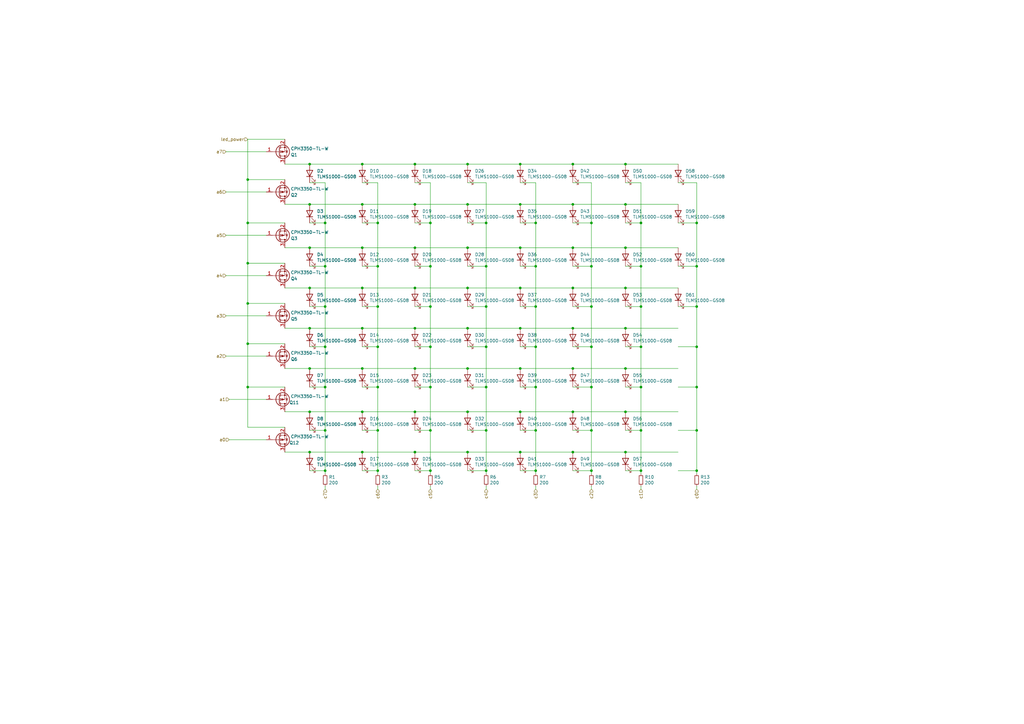
<source format=kicad_sch>
(kicad_sch (version 20211123) (generator eeschema)
  (paper "A3")
  (lib_symbols
    (symbol "Device:LED" (pin_numbers hide) (pin_names (offset 1.016) hide)
      (property "Reference" "D" (at 0 2.54 0))
      (property "Value" "LED" (at 0 -2.54 0))
      (symbol "LED_0_1"
        (polyline (pts (xy -1.27 -1.27) (xy -1.27 1.27)) (stroke (width 0.254)))
        (polyline (pts (xy -1.27 0) (xy 1.27 0)))
        (polyline (pts (xy 1.27 -1.27) (xy 1.27 1.27) (xy -1.27 0) (xy 1.27 -1.27)) (stroke (width 0.254)))
        (polyline (pts (xy -3.048 -0.762) (xy -4.572 -2.286) (xy -3.81 -2.286) (xy -4.572 -2.286) (xy -4.572 -1.524)))
        (polyline (pts (xy -1.778 -0.762) (xy -3.302 -2.286) (xy -2.54 -2.286) (xy -3.302 -2.286) (xy -3.302 -1.524)))
      )
      (symbol "LED_1_1"
        (pin passive line (at -3.81 0 0) (length 2.54) (name "K") (number "1"))
        (pin passive line (at 3.81 0 180) (length 2.54) (name "A") (number "2"))
      )
    )
    (symbol "Device:Q_PMOS_GSD" (pin_names (offset 0) hide)
      (property "Reference" "Q" (at 5.08 1.27 0))
      (property "Value" "Q_PMOS_GSD" (at 5.08 -1.27 0))
      (symbol "Q_PMOS_GSD_0_1"
        (polyline (pts (xy 0.254 0) (xy -2.54 0)))
        (polyline (pts (xy 0.254 1.905) (xy 0.254 -1.905)) (stroke (width 0.254)))
        (polyline (pts (xy 0.762 -1.27) (xy 0.762 -2.286)) (stroke (width 0.254)))
        (polyline (pts (xy 0.762 0.508) (xy 0.762 -0.508)) (stroke (width 0.254)))
        (polyline (pts (xy 0.762 2.286) (xy 0.762 1.27)) (stroke (width 0.254)))
        (polyline (pts (xy 2.54 2.54) (xy 2.54 1.778)))
        (polyline (pts (xy 2.54 -2.54) (xy 2.54 0) (xy 0.762 0)))
        (polyline (pts (xy 0.762 1.778) (xy 3.302 1.778) (xy 3.302 -1.778) (xy 0.762 -1.778)))
        (polyline (pts (xy 2.286 0) (xy 1.27 0.381) (xy 1.27 -0.381) (xy 2.286 0)) (fill (type outline)))
        (polyline (pts (xy 2.794 -0.508) (xy 2.921 -0.381) (xy 3.683 -0.381) (xy 3.81 -0.254)))
        (polyline (pts (xy 3.302 -0.381) (xy 2.921 0.254) (xy 3.683 0.254) (xy 3.302 -0.381)))
        (circle (center 1.651 0) (radius 2.794) (stroke (width 0.254)))
        (circle (center 2.54 -1.778) (radius 0.254) (fill (type outline)))
        (circle (center 2.54 1.778) (radius 0.254) (fill (type outline)))
      )
      (symbol "Q_PMOS_GSD_1_1"
        (pin input line (at -5.08 0 0) (length 2.54) (name "G") (number "1"))
        (pin passive line (at 2.54 -5.08 90) (length 2.54) (name "S") (number "2"))
        (pin passive line (at 2.54 5.08 270) (length 2.54) (name "D") (number "3"))
      )
    )
    (symbol "Device:R_Small" (pin_numbers hide) (pin_names (offset 0.254) hide)
      (property "Reference" "R" (at 0.762 0.508 0))
      (property "Value" "R_Small" (at 0.762 -1.016 0))
      (symbol "R_Small_0_1"
        (rectangle (start -0.762 1.778) (end 0.762 -1.778) (stroke (width 0.2032)))
      )
      (symbol "R_Small_1_1"
        (pin passive line (at 0 2.54 270) (length 0.762) (name "~") (number "1"))
        (pin passive line (at 0 -2.54 90) (length 0.762) (name "~") (number "2"))
      )
    )
  )
  (junction (at 191.77 151.13))
  (junction (at 219.71 142.24))
  (junction (at 219.71 109.22))
  (junction (at 219.71 158.75))
  (junction (at 256.54 151.13))
  (junction (at 213.36 168.91))
  (junction (at 170.18 185.42))
  (junction (at 133.35 176.53))
  (junction (at 242.57 109.22))
  (junction (at 127 168.91))
  (junction (at 285.75 109.22))
  (junction (at 199.39 91.44))
  (junction (at 285.75 158.75))
  (junction (at 191.77 101.6))
  (junction (at 176.53 125.73))
  (junction (at 234.95 83.82))
  (junction (at 219.71 91.44))
  (junction (at 101.6 91.44))
  (junction (at 148.59 168.91))
  (junction (at 170.18 83.82))
  (junction (at 219.71 176.53))
  (junction (at 242.57 176.53))
  (junction (at 199.39 176.53))
  (junction (at 262.89 158.75))
  (junction (at 127 101.6))
  (junction (at 234.95 168.91))
  (junction (at 133.35 91.44))
  (junction (at 101.6 73.66))
  (junction (at 242.57 158.75))
  (junction (at 127 151.13))
  (junction (at 127 134.62))
  (junction (at 170.18 134.62))
  (junction (at 133.35 193.04))
  (junction (at 127 83.82))
  (junction (at 191.77 83.82))
  (junction (at 256.54 101.6))
  (junction (at 262.89 142.24))
  (junction (at 234.95 151.13))
  (junction (at 262.89 125.73))
  (junction (at 154.94 193.04))
  (junction (at 285.75 91.44))
  (junction (at 148.59 118.11))
  (junction (at 285.75 142.24))
  (junction (at 213.36 67.31))
  (junction (at 154.94 158.75))
  (junction (at 148.59 67.31))
  (junction (at 234.95 118.11))
  (junction (at 234.95 101.6))
  (junction (at 256.54 83.82))
  (junction (at 242.57 193.04))
  (junction (at 148.59 134.62))
  (junction (at 176.53 176.53))
  (junction (at 213.36 134.62))
  (junction (at 148.59 83.82))
  (junction (at 127 118.11))
  (junction (at 176.53 142.24))
  (junction (at 262.89 91.44))
  (junction (at 285.75 176.53))
  (junction (at 154.94 91.44))
  (junction (at 213.36 118.11))
  (junction (at 148.59 185.42))
  (junction (at 170.18 67.31))
  (junction (at 256.54 67.31))
  (junction (at 242.57 142.24))
  (junction (at 191.77 67.31))
  (junction (at 176.53 158.75))
  (junction (at 285.75 125.73))
  (junction (at 262.89 193.04))
  (junction (at 256.54 118.11))
  (junction (at 262.89 109.22))
  (junction (at 154.94 125.73))
  (junction (at 176.53 109.22))
  (junction (at 256.54 134.62))
  (junction (at 133.35 158.75))
  (junction (at 127 67.31))
  (junction (at 262.89 176.53))
  (junction (at 127 185.42))
  (junction (at 154.94 176.53))
  (junction (at 176.53 91.44))
  (junction (at 199.39 109.22))
  (junction (at 191.77 118.11))
  (junction (at 170.18 168.91))
  (junction (at 101.6 140.97))
  (junction (at 133.35 109.22))
  (junction (at 256.54 168.91))
  (junction (at 101.6 107.95))
  (junction (at 101.6 158.75))
  (junction (at 234.95 67.31))
  (junction (at 191.77 134.62))
  (junction (at 148.59 151.13))
  (junction (at 234.95 134.62))
  (junction (at 101.6 124.46))
  (junction (at 154.94 142.24))
  (junction (at 242.57 91.44))
  (junction (at 170.18 118.11))
  (junction (at 199.39 142.24))
  (junction (at 256.54 185.42))
  (junction (at 285.75 193.04))
  (junction (at 213.36 83.82))
  (junction (at 213.36 151.13))
  (junction (at 154.94 109.22))
  (junction (at 199.39 125.73))
  (junction (at 176.53 193.04))
  (junction (at 219.71 125.73))
  (junction (at 242.57 125.73))
  (junction (at 133.35 125.73))
  (junction (at 199.39 193.04))
  (junction (at 234.95 185.42))
  (junction (at 170.18 151.13))
  (junction (at 199.39 158.75))
  (junction (at 213.36 101.6))
  (junction (at 170.18 101.6))
  (junction (at 213.36 185.42))
  (junction (at 219.71 193.04))
  (junction (at 133.35 142.24))
  (junction (at 191.77 168.91))
  (junction (at 148.59 101.6))
  (junction (at 191.77 185.42))
  (wire (pts (xy 199.39 142.24) (xy 191.77 142.24)))
  (wire (pts (xy 154.94 91.44) (xy 154.94 109.22)))
  (wire (pts (xy 285.75 176.53) (xy 278.13 176.53)))
  (wire (pts (xy 234.95 67.31) (xy 256.54 67.31)))
  (wire (pts (xy 170.18 185.42) (xy 191.77 185.42)))
  (wire (pts (xy 285.75 193.04) (xy 285.75 176.53)))
  (wire (pts (xy 101.6 140.97) (xy 101.6 158.75)))
  (wire (pts (xy 256.54 151.13) (xy 278.13 151.13)))
  (wire (pts (xy 148.59 151.13) (xy 170.18 151.13)))
  (wire (pts (xy 219.71 142.24) (xy 213.36 142.24)))
  (wire (pts (xy 242.57 109.22) (xy 242.57 125.73)))
  (wire (pts (xy 148.59 125.73) (xy 154.94 125.73)))
  (wire (pts (xy 127 118.11) (xy 148.59 118.11)))
  (wire (pts (xy 234.95 118.11) (xy 256.54 118.11)))
  (wire (pts (xy 154.94 194.31) (xy 154.94 193.04)))
  (wire (pts (xy 213.36 158.75) (xy 219.71 158.75)))
  (wire (pts (xy 285.75 158.75) (xy 285.75 142.24)))
  (wire (pts (xy 213.36 67.31) (xy 234.95 67.31)))
  (wire (pts (xy 154.94 125.73) (xy 154.94 142.24)))
  (wire (pts (xy 133.35 142.24) (xy 127 142.24)))
  (wire (pts (xy 262.89 125.73) (xy 262.89 142.24)))
  (wire (pts (xy 219.71 109.22) (xy 213.36 109.22)))
  (wire (pts (xy 92.71 78.74) (xy 109.22 78.74)))
  (wire (pts (xy 219.71 194.31) (xy 219.71 193.04)))
  (wire (pts (xy 127 151.13) (xy 148.59 151.13)))
  (wire (pts (xy 116.84 134.62) (xy 127 134.62)))
  (wire (pts (xy 133.35 142.24) (xy 133.35 158.75)))
  (wire (pts (xy 176.53 158.75) (xy 176.53 176.53)))
  (wire (pts (xy 262.89 176.53) (xy 262.89 193.04)))
  (wire (pts (xy 242.57 109.22) (xy 234.95 109.22)))
  (wire (pts (xy 285.75 125.73) (xy 285.75 142.24)))
  (wire (pts (xy 234.95 83.82) (xy 256.54 83.82)))
  (wire (pts (xy 262.89 142.24) (xy 256.54 142.24)))
  (wire (pts (xy 127 83.82) (xy 148.59 83.82)))
  (wire (pts (xy 191.77 91.44) (xy 199.39 91.44)))
  (wire (pts (xy 256.54 118.11) (xy 278.13 118.11)))
  (wire (pts (xy 154.94 200.66) (xy 154.94 199.39)))
  (wire (pts (xy 148.59 91.44) (xy 154.94 91.44)))
  (wire (pts (xy 242.57 74.93) (xy 242.57 91.44)))
  (wire (pts (xy 242.57 74.93) (xy 234.95 74.93)))
  (wire (pts (xy 191.77 168.91) (xy 213.36 168.91)))
  (wire (pts (xy 176.53 194.31) (xy 176.53 193.04)))
  (wire (pts (xy 191.77 101.6) (xy 213.36 101.6)))
  (wire (pts (xy 242.57 200.66) (xy 242.57 199.39)))
  (wire (pts (xy 127 101.6) (xy 148.59 101.6)))
  (wire (pts (xy 242.57 193.04) (xy 242.57 176.53)))
  (wire (pts (xy 242.57 158.75) (xy 242.57 176.53)))
  (wire (pts (xy 285.75 142.24) (xy 278.13 142.24)))
  (wire (pts (xy 101.6 107.95) (xy 116.84 107.95)))
  (wire (pts (xy 191.77 151.13) (xy 213.36 151.13)))
  (wire (pts (xy 176.53 74.93) (xy 170.18 74.93)))
  (wire (pts (xy 176.53 200.66) (xy 176.53 199.39)))
  (wire (pts (xy 278.13 125.73) (xy 285.75 125.73)))
  (wire (pts (xy 256.54 134.62) (xy 278.13 134.62)))
  (wire (pts (xy 219.71 176.53) (xy 213.36 176.53)))
  (wire (pts (xy 127 134.62) (xy 148.59 134.62)))
  (wire (pts (xy 262.89 109.22) (xy 256.54 109.22)))
  (wire (pts (xy 101.6 124.46) (xy 101.6 107.95)))
  (wire (pts (xy 109.22 113.03) (xy 92.71 113.03)))
  (wire (pts (xy 242.57 91.44) (xy 242.57 109.22)))
  (wire (pts (xy 101.6 124.46) (xy 116.84 124.46)))
  (wire (pts (xy 256.54 168.91) (xy 278.13 168.91)))
  (wire (pts (xy 154.94 74.93) (xy 148.59 74.93)))
  (wire (pts (xy 213.36 83.82) (xy 234.95 83.82)))
  (wire (pts (xy 127 91.44) (xy 133.35 91.44)))
  (wire (pts (xy 199.39 158.75) (xy 199.39 176.53)))
  (wire (pts (xy 154.94 74.93) (xy 154.94 91.44)))
  (wire (pts (xy 262.89 109.22) (xy 262.89 125.73)))
  (wire (pts (xy 170.18 67.31) (xy 191.77 67.31)))
  (wire (pts (xy 127 168.91) (xy 148.59 168.91)))
  (wire (pts (xy 170.18 91.44) (xy 176.53 91.44)))
  (wire (pts (xy 148.59 118.11) (xy 170.18 118.11)))
  (wire (pts (xy 133.35 176.53) (xy 133.35 193.04)))
  (wire (pts (xy 242.57 125.73) (xy 242.57 142.24)))
  (wire (pts (xy 278.13 158.75) (xy 285.75 158.75)))
  (wire (pts (xy 234.95 158.75) (xy 242.57 158.75)))
  (wire (pts (xy 170.18 125.73) (xy 176.53 125.73)))
  (wire (pts (xy 191.77 125.73) (xy 199.39 125.73)))
  (wire (pts (xy 213.36 101.6) (xy 234.95 101.6)))
  (wire (pts (xy 256.54 83.82) (xy 278.13 83.82)))
  (wire (pts (xy 116.84 118.11) (xy 127 118.11)))
  (wire (pts (xy 133.35 109.22) (xy 127 109.22)))
  (wire (pts (xy 213.36 185.42) (xy 234.95 185.42)))
  (wire (pts (xy 101.6 73.66) (xy 116.84 73.66)))
  (wire (pts (xy 170.18 168.91) (xy 191.77 168.91)))
  (wire (pts (xy 278.13 193.04) (xy 285.75 193.04)))
  (wire (pts (xy 101.6 73.66) (xy 101.6 57.15)))
  (wire (pts (xy 191.77 134.62) (xy 213.36 134.62)))
  (wire (pts (xy 219.71 142.24) (xy 219.71 158.75)))
  (wire (pts (xy 234.95 125.73) (xy 242.57 125.73)))
  (wire (pts (xy 176.53 142.24) (xy 176.53 158.75)))
  (wire (pts (xy 101.6 140.97) (xy 116.84 140.97)))
  (wire (pts (xy 176.53 176.53) (xy 176.53 193.04)))
  (wire (pts (xy 176.53 142.24) (xy 170.18 142.24)))
  (wire (pts (xy 133.35 158.75) (xy 133.35 176.53)))
  (wire (pts (xy 170.18 101.6) (xy 191.77 101.6)))
  (wire (pts (xy 242.57 176.53) (xy 234.95 176.53)))
  (wire (pts (xy 219.71 200.66) (xy 219.71 199.39)))
  (wire (pts (xy 242.57 194.31) (xy 242.57 193.04)))
  (wire (pts (xy 213.36 193.04) (xy 219.71 193.04)))
  (wire (pts (xy 154.94 176.53) (xy 148.59 176.53)))
  (wire (pts (xy 219.71 91.44) (xy 219.71 109.22)))
  (wire (pts (xy 127 67.31) (xy 148.59 67.31)))
  (wire (pts (xy 191.77 83.82) (xy 213.36 83.82)))
  (wire (pts (xy 170.18 158.75) (xy 176.53 158.75)))
  (wire (pts (xy 116.84 67.31) (xy 127 67.31)))
  (wire (pts (xy 213.36 168.91) (xy 234.95 168.91)))
  (wire (pts (xy 133.35 109.22) (xy 133.35 125.73)))
  (wire (pts (xy 133.35 200.66) (xy 133.35 199.39)))
  (wire (pts (xy 170.18 193.04) (xy 176.53 193.04)))
  (wire (pts (xy 213.36 118.11) (xy 234.95 118.11)))
  (wire (pts (xy 154.94 109.22) (xy 154.94 125.73)))
  (wire (pts (xy 213.36 125.73) (xy 219.71 125.73)))
  (wire (pts (xy 116.84 83.82) (xy 127 83.82)))
  (wire (pts (xy 285.75 91.44) (xy 285.75 109.22)))
  (wire (pts (xy 154.94 142.24) (xy 154.94 158.75)))
  (wire (pts (xy 256.54 91.44) (xy 262.89 91.44)))
  (wire (pts (xy 262.89 74.93) (xy 262.89 91.44)))
  (wire (pts (xy 262.89 200.66) (xy 262.89 199.39)))
  (wire (pts (xy 170.18 151.13) (xy 191.77 151.13)))
  (wire (pts (xy 242.57 158.75) (xy 242.57 142.24)))
  (wire (pts (xy 234.95 91.44) (xy 242.57 91.44)))
  (wire (pts (xy 234.95 168.91) (xy 256.54 168.91)))
  (wire (pts (xy 199.39 91.44) (xy 199.39 109.22)))
  (wire (pts (xy 133.35 194.31) (xy 133.35 193.04)))
  (wire (pts (xy 191.77 67.31) (xy 213.36 67.31)))
  (wire (pts (xy 92.71 96.52) (xy 109.22 96.52)))
  (wire (pts (xy 116.84 168.91) (xy 127 168.91)))
  (wire (pts (xy 213.36 134.62) (xy 234.95 134.62)))
  (wire (pts (xy 285.75 109.22) (xy 278.13 109.22)))
  (wire (pts (xy 92.71 129.54) (xy 109.22 129.54)))
  (wire (pts (xy 199.39 176.53) (xy 191.77 176.53)))
  (wire (pts (xy 199.39 109.22) (xy 191.77 109.22)))
  (wire (pts (xy 148.59 101.6) (xy 170.18 101.6)))
  (wire (pts (xy 148.59 168.91) (xy 170.18 168.91)))
  (wire (pts (xy 262.89 176.53) (xy 256.54 176.53)))
  (wire (pts (xy 199.39 125.73) (xy 199.39 142.24)))
  (wire (pts (xy 116.84 151.13) (xy 127 151.13)))
  (wire (pts (xy 262.89 142.24) (xy 262.89 158.75)))
  (wire (pts (xy 199.39 109.22) (xy 199.39 125.73)))
  (wire (pts (xy 109.22 62.23) (xy 92.71 62.23)))
  (wire (pts (xy 133.35 176.53) (xy 127 176.53)))
  (wire (pts (xy 256.54 67.31) (xy 278.13 67.31)))
  (wire (pts (xy 176.53 74.93) (xy 176.53 91.44)))
  (wire (pts (xy 148.59 158.75) (xy 154.94 158.75)))
  (wire (pts (xy 278.13 91.44) (xy 285.75 91.44)))
  (wire (pts (xy 93.98 163.83) (xy 109.22 163.83)))
  (wire (pts (xy 191.77 193.04) (xy 199.39 193.04)))
  (wire (pts (xy 148.59 193.04) (xy 154.94 193.04)))
  (wire (pts (xy 234.95 193.04) (xy 242.57 193.04)))
  (wire (pts (xy 92.71 146.05) (xy 109.22 146.05)))
  (wire (pts (xy 133.35 74.93) (xy 127 74.93)))
  (wire (pts (xy 154.94 142.24) (xy 148.59 142.24)))
  (wire (pts (xy 199.39 74.93) (xy 199.39 91.44)))
  (wire (pts (xy 127 185.42) (xy 148.59 185.42)))
  (wire (pts (xy 285.75 200.66) (xy 285.75 199.39)))
  (wire (pts (xy 133.35 74.93) (xy 133.35 91.44)))
  (wire (pts (xy 256.54 125.73) (xy 262.89 125.73)))
  (wire (pts (xy 148.59 83.82) (xy 170.18 83.82)))
  (wire (pts (xy 262.89 74.93) (xy 256.54 74.93)))
  (wire (pts (xy 101.6 91.44) (xy 101.6 73.66)))
  (wire (pts (xy 242.57 142.24) (xy 234.95 142.24)))
  (wire (pts (xy 256.54 158.75) (xy 262.89 158.75)))
  (wire (pts (xy 219.71 109.22) (xy 219.71 125.73)))
  (wire (pts (xy 148.59 134.62) (xy 170.18 134.62)))
  (wire (pts (xy 154.94 109.22) (xy 148.59 109.22)))
  (wire (pts (xy 262.89 158.75) (xy 262.89 176.53)))
  (wire (pts (xy 170.18 134.62) (xy 191.77 134.62)))
  (wire (pts (xy 154.94 158.75) (xy 154.94 176.53)))
  (wire (pts (xy 170.18 118.11) (xy 191.77 118.11)))
  (wire (pts (xy 285.75 158.75) (xy 285.75 176.53)))
  (wire (pts (xy 199.39 200.66) (xy 199.39 199.39)))
  (wire (pts (xy 101.6 91.44) (xy 116.84 91.44)))
  (wire (pts (xy 256.54 101.6) (xy 278.13 101.6)))
  (wire (pts (xy 219.71 74.93) (xy 213.36 74.93)))
  (wire (pts (xy 170.18 83.82) (xy 191.77 83.82)))
  (wire (pts (xy 219.71 74.93) (xy 219.71 91.44)))
  (wire (pts (xy 101.6 107.95) (xy 101.6 91.44)))
  (wire (pts (xy 256.54 193.04) (xy 262.89 193.04)))
  (wire (pts (xy 199.39 74.93) (xy 191.77 74.93)))
  (wire (pts (xy 148.59 185.42) (xy 170.18 185.42)))
  (wire (pts (xy 154.94 176.53) (xy 154.94 193.04)))
  (wire (pts (xy 262.89 91.44) (xy 262.89 109.22)))
  (wire (pts (xy 176.53 109.22) (xy 176.53 125.73)))
  (wire (pts (xy 93.98 180.34) (xy 109.22 180.34)))
  (wire (pts (xy 191.77 158.75) (xy 199.39 158.75)))
  (wire (pts (xy 176.53 91.44) (xy 176.53 109.22)))
  (wire (pts (xy 199.39 176.53) (xy 199.39 193.04)))
  (wire (pts (xy 127 193.04) (xy 133.35 193.04)))
  (wire (pts (xy 256.54 185.42) (xy 278.13 185.42)))
  (wire (pts (xy 101.6 57.15) (xy 116.84 57.15)))
  (wire (pts (xy 285.75 109.22) (xy 285.75 125.73)))
  (wire (pts (xy 101.6 140.97) (xy 101.6 124.46)))
  (wire (pts (xy 133.35 91.44) (xy 133.35 109.22)))
  (wire (pts (xy 176.53 125.73) (xy 176.53 142.24)))
  (wire (pts (xy 285.75 74.93) (xy 285.75 91.44)))
  (wire (pts (xy 199.39 142.24) (xy 199.39 158.75)))
  (wire (pts (xy 101.6 158.75) (xy 101.6 175.26)))
  (wire (pts (xy 234.95 134.62) (xy 256.54 134.62)))
  (wire (pts (xy 116.84 185.42) (xy 127 185.42)))
  (wire (pts (xy 219.71 158.75) (xy 219.71 176.53)))
  (wire (pts (xy 234.95 101.6) (xy 256.54 101.6)))
  (wire (pts (xy 199.39 194.31) (xy 199.39 193.04)))
  (wire (pts (xy 234.95 185.42) (xy 256.54 185.42)))
  (wire (pts (xy 127 158.75) (xy 133.35 158.75)))
  (wire (pts (xy 191.77 118.11) (xy 213.36 118.11)))
  (wire (pts (xy 101.6 175.26) (xy 116.84 175.26)))
  (wire (pts (xy 191.77 185.42) (xy 213.36 185.42)))
  (wire (pts (xy 116.84 101.6) (xy 127 101.6)))
  (wire (pts (xy 219.71 125.73) (xy 219.71 142.24)))
  (wire (pts (xy 127 125.73) (xy 133.35 125.73)))
  (wire (pts (xy 234.95 151.13) (xy 256.54 151.13)))
  (wire (pts (xy 219.71 176.53) (xy 219.71 193.04)))
  (wire (pts (xy 213.36 91.44) (xy 219.71 91.44)))
  (wire (pts (xy 176.53 109.22) (xy 170.18 109.22)))
  (wire (pts (xy 116.84 158.75) (xy 101.6 158.75)))
  (wire (pts (xy 213.36 151.13) (xy 234.95 151.13)))
  (wire (pts (xy 176.53 176.53) (xy 170.18 176.53)))
  (wire (pts (xy 133.35 125.73) (xy 133.35 142.24)))
  (wire (pts (xy 285.75 74.93) (xy 278.13 74.93)))
  (wire (pts (xy 285.75 194.31) (xy 285.75 193.04)))
  (wire (pts (xy 262.89 194.31) (xy 262.89 193.04)))
  (wire (pts (xy 148.59 67.31) (xy 170.18 67.31)))
  (hierarchical_label "c5" (shape input) (at 176.53 200.66 270))
  (hierarchical_label "a6" (shape input) (at 92.71 78.74 180))
  (hierarchical_label "a3" (shape input) (at 92.71 129.54 180))
  (hierarchical_label "c1" (shape input) (at 262.89 200.66 270))
  (hierarchical_label "c4" (shape input) (at 199.39 200.66 270))
  (hierarchical_label "a1" (shape input) (at 93.98 163.83 180))
  (hierarchical_label "a5" (shape input) (at 92.71 96.52 180))
  (hierarchical_label "c7" (shape input) (at 133.35 200.66 270))
  (hierarchical_label "c2" (shape input) (at 242.57 200.66 270))
  (hierarchical_label "c3" (shape input) (at 219.71 200.66 270))
  (hierarchical_label "led_power" (shape input) (at 101.6 57.15 180))
  (hierarchical_label "a0" (shape input) (at 93.98 180.34 180))
  (hierarchical_label "c6" (shape input) (at 154.94 200.66 270))
  (hierarchical_label "a7" (shape input) (at 92.71 62.23 180))
  (hierarchical_label "c0" (shape input) (at 285.75 200.66 270))
  (hierarchical_label "a4" (shape input) (at 92.71 113.03 180))
  (hierarchical_label "a2" (shape input) (at 92.71 146.05 180))
  (symbol (lib_id "Device:LED") (at 148.59 71.12 90)
    (property "Reference" "D10" (at 151.5872 70.1294 90) (effects (justify right)))
    (property "Value" "TLMS1000-GS08" (at 151.5872 72.4408 90) (effects (justify right)))
    (property "Footprint" "LED_SMD:LED_0603_1608Metric_Pad1.05x0.95mm_HandSolder" (effects hide))
  )
  (symbol (lib_id "Device:Q_PMOS_GSD") (at 114.3 62.23 0) (mirror x)
    (property "Reference" "Q1" (at 120.65 63.5 0))
    (property "Value" "CPH3350-TL-W" (at 127 60.96 0))
    (property "Footprint" "Package_TO_SOT_SMD:SOT-23_Handsoldering" (effects hide))
  )
  (symbol (lib_id "Device:LED") (at 170.18 71.12 90)
    (property "Reference" "D18" (at 173.1772 70.1294 90) (effects (justify right)))
    (property "Value" "TLMS1000-GS08" (at 173.1772 72.4408 90) (effects (justify right)))
    (property "Footprint" "LED_SMD:LED_0603_1608Metric_Pad1.05x0.95mm_HandSolder" (effects hide))
  )
  (symbol (lib_id "Device:LED") (at 191.77 71.12 90)
    (property "Reference" "D26" (at 194.7672 70.1294 90) (effects (justify right)))
    (property "Value" "TLMS1000-GS08" (at 194.7672 72.4408 90) (effects (justify right)))
    (property "Footprint" "LED_SMD:LED_0603_1608Metric_Pad1.05x0.95mm_HandSolder" (effects hide))
  )
  (symbol (lib_id "Device:LED") (at 213.36 71.12 90)
    (property "Reference" "D34" (at 216.3572 70.1294 90) (effects (justify right)))
    (property "Value" "TLMS1000-GS08" (at 216.3572 72.4408 90) (effects (justify right)))
    (property "Footprint" "LED_SMD:LED_0603_1608Metric_Pad1.05x0.95mm_HandSolder" (effects hide))
  )
  (symbol (lib_id "Device:LED") (at 234.95 71.12 90)
    (property "Reference" "D42" (at 237.9472 70.1294 90) (effects (justify right)))
    (property "Value" "TLMS1000-GS08" (at 237.9472 72.4408 90) (effects (justify right)))
    (property "Footprint" "LED_SMD:LED_0603_1608Metric_Pad1.05x0.95mm_HandSolder" (effects hide))
  )
  (symbol (lib_id "Device:LED") (at 127 71.12 90)
    (property "Reference" "D2" (at 129.9972 70.1294 90) (effects (justify right)))
    (property "Value" "TLMS1000-GS08" (at 129.9972 72.4408 90) (effects (justify right)))
    (property "Footprint" "LED_SMD:LED_0603_1608Metric_Pad1.05x0.95mm_HandSolder" (effects hide))
  )
  (symbol (lib_id "Device:LED") (at 148.59 87.63 90)
    (property "Reference" "D11" (at 151.5872 86.6394 90) (effects (justify right)))
    (property "Value" "TLMS1000-GS08" (at 151.5872 88.9508 90) (effects (justify right)))
    (property "Footprint" "LED_SMD:LED_0603_1608Metric_Pad1.05x0.95mm_HandSolder" (effects hide))
  )
  (symbol (lib_id "Device:Q_PMOS_GSD") (at 114.3 78.74 0) (mirror x)
    (property "Reference" "Q2" (at 120.65 80.01 0))
    (property "Value" "CPH3350-TL-W" (at 127 77.47 0))
    (property "Footprint" "Package_TO_SOT_SMD:SOT-23_Handsoldering" (effects hide))
  )
  (symbol (lib_id "Device:LED") (at 170.18 87.63 90)
    (property "Reference" "D19" (at 173.1772 86.6394 90) (effects (justify right)))
    (property "Value" "TLMS1000-GS08" (at 173.1772 88.9508 90) (effects (justify right)))
    (property "Footprint" "LED_SMD:LED_0603_1608Metric_Pad1.05x0.95mm_HandSolder" (effects hide))
  )
  (symbol (lib_id "Device:LED") (at 191.77 87.63 90)
    (property "Reference" "D27" (at 194.7672 86.6394 90) (effects (justify right)))
    (property "Value" "TLMS1000-GS08" (at 194.7672 88.9508 90) (effects (justify right)))
    (property "Footprint" "LED_SMD:LED_0603_1608Metric_Pad1.05x0.95mm_HandSolder" (effects hide))
  )
  (symbol (lib_id "Device:LED") (at 213.36 87.63 90)
    (property "Reference" "D35" (at 216.3572 86.6394 90) (effects (justify right)))
    (property "Value" "TLMS1000-GS08" (at 216.3572 88.9508 90) (effects (justify right)))
    (property "Footprint" "LED_SMD:LED_0603_1608Metric_Pad1.05x0.95mm_HandSolder" (effects hide))
  )
  (symbol (lib_id "Device:LED") (at 234.95 87.63 90)
    (property "Reference" "D43" (at 237.9472 86.6394 90) (effects (justify right)))
    (property "Value" "TLMS1000-GS08" (at 237.9472 88.9508 90) (effects (justify right)))
    (property "Footprint" "LED_SMD:LED_0603_1608Metric_Pad1.05x0.95mm_HandSolder" (effects hide))
  )
  (symbol (lib_id "Device:LED") (at 127 87.63 90)
    (property "Reference" "D3" (at 129.9972 86.6394 90) (effects (justify right)))
    (property "Value" "TLMS1000-GS08" (at 129.9972 88.9508 90) (effects (justify right)))
    (property "Footprint" "LED_SMD:LED_0603_1608Metric_Pad1.05x0.95mm_HandSolder" (effects hide))
  )
  (symbol (lib_id "Device:LED") (at 148.59 105.41 90)
    (property "Reference" "D12" (at 151.5872 104.4194 90) (effects (justify right)))
    (property "Value" "TLMS1000-GS08" (at 151.5872 106.7308 90) (effects (justify right)))
    (property "Footprint" "LED_SMD:LED_0603_1608Metric_Pad1.05x0.95mm_HandSolder" (effects hide))
  )
  (symbol (lib_id "Device:Q_PMOS_GSD") (at 114.3 96.52 0) (mirror x)
    (property "Reference" "Q3" (at 120.65 97.79 0))
    (property "Value" "CPH3350-TL-W" (at 127 95.25 0))
    (property "Footprint" "Package_TO_SOT_SMD:SOT-23_Handsoldering" (effects hide))
  )
  (symbol (lib_id "Device:LED") (at 170.18 105.41 90)
    (property "Reference" "D20" (at 173.1772 104.4194 90) (effects (justify right)))
    (property "Value" "TLMS1000-GS08" (at 173.1772 106.7308 90) (effects (justify right)))
    (property "Footprint" "LED_SMD:LED_0603_1608Metric_Pad1.05x0.95mm_HandSolder" (effects hide))
  )
  (symbol (lib_id "Device:LED") (at 191.77 105.41 90)
    (property "Reference" "D28" (at 194.7672 104.4194 90) (effects (justify right)))
    (property "Value" "TLMS1000-GS08" (at 194.7672 106.7308 90) (effects (justify right)))
    (property "Footprint" "LED_SMD:LED_0603_1608Metric_Pad1.05x0.95mm_HandSolder" (effects hide))
  )
  (symbol (lib_id "Device:LED") (at 213.36 105.41 90)
    (property "Reference" "D36" (at 216.3572 104.4194 90) (effects (justify right)))
    (property "Value" "TLMS1000-GS08" (at 216.3572 106.7308 90) (effects (justify right)))
    (property "Footprint" "LED_SMD:LED_0603_1608Metric_Pad1.05x0.95mm_HandSolder" (effects hide))
  )
  (symbol (lib_id "Device:LED") (at 234.95 105.41 90)
    (property "Reference" "D44" (at 237.9472 104.4194 90) (effects (justify right)))
    (property "Value" "TLMS1000-GS08" (at 237.9472 106.7308 90) (effects (justify right)))
    (property "Footprint" "LED_SMD:LED_0603_1608Metric_Pad1.05x0.95mm_HandSolder" (effects hide))
  )
  (symbol (lib_id "Device:LED") (at 127 105.41 90)
    (property "Reference" "D4" (at 129.9972 104.4194 90) (effects (justify right)))
    (property "Value" "TLMS1000-GS08" (at 129.9972 106.7308 90) (effects (justify right)))
    (property "Footprint" "LED_SMD:LED_0603_1608Metric_Pad1.05x0.95mm_HandSolder" (effects hide))
  )
  (symbol (lib_id "Device:LED") (at 148.59 121.92 90)
    (property "Reference" "D13" (at 151.5872 120.9294 90) (effects (justify right)))
    (property "Value" "TLMS1000-GS08" (at 151.5872 123.2408 90) (effects (justify right)))
    (property "Footprint" "LED_SMD:LED_0603_1608Metric_Pad1.05x0.95mm_HandSolder" (effects hide))
  )
  (symbol (lib_id "Device:Q_PMOS_GSD") (at 114.3 113.03 0) (mirror x)
    (property "Reference" "Q4" (at 120.65 114.3 0))
    (property "Value" "CPH3350-TL-W" (at 127 111.76 0))
    (property "Footprint" "Package_TO_SOT_SMD:SOT-23_Handsoldering" (effects hide))
  )
  (symbol (lib_id "Device:LED") (at 170.18 121.92 90)
    (property "Reference" "D21" (at 173.1772 120.9294 90) (effects (justify right)))
    (property "Value" "TLMS1000-GS08" (at 173.1772 123.2408 90) (effects (justify right)))
    (property "Footprint" "LED_SMD:LED_0603_1608Metric_Pad1.05x0.95mm_HandSolder" (effects hide))
  )
  (symbol (lib_id "Device:LED") (at 191.77 121.92 90)
    (property "Reference" "D29" (at 194.7672 120.9294 90) (effects (justify right)))
    (property "Value" "TLMS1000-GS08" (at 194.7672 123.2408 90) (effects (justify right)))
    (property "Footprint" "LED_SMD:LED_0603_1608Metric_Pad1.05x0.95mm_HandSolder" (effects hide))
  )
  (symbol (lib_id "Device:LED") (at 213.36 121.92 90)
    (property "Reference" "D37" (at 216.3572 120.9294 90) (effects (justify right)))
    (property "Value" "TLMS1000-GS08" (at 216.3572 123.2408 90) (effects (justify right)))
    (property "Footprint" "LED_SMD:LED_0603_1608Metric_Pad1.05x0.95mm_HandSolder" (effects hide))
  )
  (symbol (lib_id "Device:LED") (at 234.95 121.92 90)
    (property "Reference" "D45" (at 237.9472 120.9294 90) (effects (justify right)))
    (property "Value" "TLMS1000-GS08" (at 237.9472 123.2408 90) (effects (justify right)))
    (property "Footprint" "LED_SMD:LED_0603_1608Metric_Pad1.05x0.95mm_HandSolder" (effects hide))
  )
  (symbol (lib_id "Device:LED") (at 127 121.92 90)
    (property "Reference" "D5" (at 129.9972 120.9294 90) (effects (justify right)))
    (property "Value" "TLMS1000-GS08" (at 129.9972 123.2408 90) (effects (justify right)))
    (property "Footprint" "LED_SMD:LED_0603_1608Metric_Pad1.05x0.95mm_HandSolder" (effects hide))
  )
  (symbol (lib_id "Device:LED") (at 148.59 138.43 90)
    (property "Reference" "D14" (at 151.5872 137.4394 90) (effects (justify right)))
    (property "Value" "TLMS1000-GS08" (at 151.5872 139.7508 90) (effects (justify right)))
    (property "Footprint" "LED_SMD:LED_0603_1608Metric_Pad1.05x0.95mm_HandSolder" (effects hide))
  )
  (symbol (lib_id "Device:Q_PMOS_GSD") (at 114.3 129.54 0) (mirror x)
    (property "Reference" "Q5" (at 120.65 130.81 0))
    (property "Value" "CPH3350-TL-W" (at 127 128.27 0))
    (property "Footprint" "Package_TO_SOT_SMD:SOT-23_Handsoldering" (effects hide))
  )
  (symbol (lib_id "Device:LED") (at 170.18 138.43 90)
    (property "Reference" "D22" (at 173.1772 137.4394 90) (effects (justify right)))
    (property "Value" "TLMS1000-GS08" (at 173.1772 139.7508 90) (effects (justify right)))
    (property "Footprint" "LED_SMD:LED_0603_1608Metric_Pad1.05x0.95mm_HandSolder" (effects hide))
  )
  (symbol (lib_id "Device:LED") (at 191.77 138.43 90)
    (property "Reference" "D30" (at 194.7672 137.4394 90) (effects (justify right)))
    (property "Value" "TLMS1000-GS08" (at 194.7672 139.7508 90) (effects (justify right)))
    (property "Footprint" "LED_SMD:LED_0603_1608Metric_Pad1.05x0.95mm_HandSolder" (effects hide))
  )
  (symbol (lib_id "Device:LED") (at 213.36 138.43 90)
    (property "Reference" "D38" (at 216.3572 137.4394 90) (effects (justify right)))
    (property "Value" "TLMS1000-GS08" (at 216.3572 139.7508 90) (effects (justify right)))
    (property "Footprint" "LED_SMD:LED_0603_1608Metric_Pad1.05x0.95mm_HandSolder" (effects hide))
  )
  (symbol (lib_id "Device:LED") (at 234.95 138.43 90)
    (property "Reference" "D46" (at 237.9472 137.4394 90) (effects (justify right)))
    (property "Value" "TLMS1000-GS08" (at 237.9472 139.7508 90) (effects (justify right)))
    (property "Footprint" "LED_SMD:LED_0603_1608Metric_Pad1.05x0.95mm_HandSolder" (effects hide))
  )
  (symbol (lib_id "Device:LED") (at 127 138.43 90)
    (property "Reference" "D6" (at 129.9972 137.4394 90) (effects (justify right)))
    (property "Value" "TLMS1000-GS08" (at 129.9972 139.7508 90) (effects (justify right)))
    (property "Footprint" "LED_SMD:LED_0603_1608Metric_Pad1.05x0.95mm_HandSolder" (effects hide))
  )
  (symbol (lib_id "Device:LED") (at 148.59 154.94 90)
    (property "Reference" "D15" (at 151.5872 153.9494 90) (effects (justify right)))
    (property "Value" "TLMS1000-GS08" (at 151.5872 156.2608 90) (effects (justify right)))
    (property "Footprint" "LED_SMD:LED_0603_1608Metric_Pad1.05x0.95mm_HandSolder" (effects hide))
  )
  (symbol (lib_id "Device:Q_PMOS_GSD") (at 114.3 146.05 0) (mirror x)
    (property "Reference" "Q6" (at 120.65 147.32 0))
    (property "Value" "CPH3350-TL-W" (at 127 144.78 0))
    (property "Footprint" "Package_TO_SOT_SMD:SOT-23_Handsoldering" (effects hide))
  )
  (symbol (lib_id "Device:LED") (at 170.18 154.94 90)
    (property "Reference" "D23" (at 173.1772 153.9494 90) (effects (justify right)))
    (property "Value" "TLMS1000-GS08" (at 173.1772 156.2608 90) (effects (justify right)))
    (property "Footprint" "LED_SMD:LED_0603_1608Metric_Pad1.05x0.95mm_HandSolder" (effects hide))
  )
  (symbol (lib_id "Device:LED") (at 191.77 154.94 90)
    (property "Reference" "D31" (at 194.7672 153.9494 90) (effects (justify right)))
    (property "Value" "TLMS1000-GS08" (at 194.7672 156.2608 90) (effects (justify right)))
    (property "Footprint" "LED_SMD:LED_0603_1608Metric_Pad1.05x0.95mm_HandSolder" (effects hide))
  )
  (symbol (lib_id "Device:LED") (at 213.36 154.94 90)
    (property "Reference" "D39" (at 216.3572 153.9494 90) (effects (justify right)))
    (property "Value" "TLMS1000-GS08" (at 216.3572 156.2608 90) (effects (justify right)))
    (property "Footprint" "LED_SMD:LED_0603_1608Metric_Pad1.05x0.95mm_HandSolder" (effects hide))
  )
  (symbol (lib_id "Device:LED") (at 234.95 154.94 90)
    (property "Reference" "D47" (at 237.9472 153.9494 90) (effects (justify right)))
    (property "Value" "TLMS1000-GS08" (at 237.9472 156.2608 90) (effects (justify right)))
    (property "Footprint" "LED_SMD:LED_0603_1608Metric_Pad1.05x0.95mm_HandSolder" (effects hide))
  )
  (symbol (lib_id "Device:LED") (at 127 154.94 90)
    (property "Reference" "D7" (at 129.9972 153.9494 90) (effects (justify right)))
    (property "Value" "TLMS1000-GS08" (at 129.9972 156.2608 90) (effects (justify right)))
    (property "Footprint" "LED_SMD:LED_0603_1608Metric_Pad1.05x0.95mm_HandSolder" (effects hide))
  )
  (symbol (lib_id "Device:R_Small") (at 242.57 196.85 180)
    (property "Reference" "R8" (at 244.0686 195.6816 0) (effects (justify right)))
    (property "Value" "200" (at 244.0686 197.993 0) (effects (justify right)))
    (property "Footprint" "Resistor_SMD:R_0603_1608Metric_Pad0.98x0.95mm_HandSolder" (effects hide))
  )
  (symbol (lib_id "Device:R_Small") (at 219.71 196.85 180)
    (property "Reference" "R7" (at 221.2086 195.6816 0) (effects (justify right)))
    (property "Value" "200" (at 221.2086 197.993 0) (effects (justify right)))
    (property "Footprint" "Resistor_SMD:R_0603_1608Metric_Pad0.98x0.95mm_HandSolder" (effects hide))
  )
  (symbol (lib_id "Device:R_Small") (at 199.39 196.85 180)
    (property "Reference" "R6" (at 200.8886 195.6816 0) (effects (justify right)))
    (property "Value" "200" (at 200.8886 197.993 0) (effects (justify right)))
    (property "Footprint" "Resistor_SMD:R_0603_1608Metric_Pad0.98x0.95mm_HandSolder" (effects hide))
  )
  (symbol (lib_id "Device:R_Small") (at 176.53 196.85 180)
    (property "Reference" "R5" (at 178.0286 195.6816 0) (effects (justify right)))
    (property "Value" "200" (at 178.0286 197.993 0) (effects (justify right)))
    (property "Footprint" "Resistor_SMD:R_0603_1608Metric_Pad0.98x0.95mm_HandSolder" (effects hide))
  )
  (symbol (lib_id "Device:R_Small") (at 154.94 196.85 180)
    (property "Reference" "R3" (at 156.4386 195.6816 0) (effects (justify right)))
    (property "Value" "200" (at 156.4386 197.993 0) (effects (justify right)))
    (property "Footprint" "Resistor_SMD:R_0603_1608Metric_Pad0.98x0.95mm_HandSolder" (effects hide))
  )
  (symbol (lib_id "Device:R_Small") (at 133.35 196.85 180)
    (property "Reference" "R1" (at 134.8486 195.6816 0) (effects (justify right)))
    (property "Value" "200" (at 134.8486 197.993 0) (effects (justify right)))
    (property "Footprint" "Resistor_SMD:R_0603_1608Metric_Pad0.98x0.95mm_HandSolder" (effects hide))
  )
  (symbol (lib_id "Device:LED") (at 256.54 71.12 90)
    (property "Reference" "D50" (at 259.5372 70.1294 90) (effects (justify right)))
    (property "Value" "TLMS1000-GS08" (at 259.5372 72.4408 90) (effects (justify right)))
    (property "Footprint" "LED_SMD:LED_0603_1608Metric_Pad1.05x0.95mm_HandSolder" (effects hide))
  )
  (symbol (lib_id "Device:LED") (at 278.13 71.12 90)
    (property "Reference" "D58" (at 281.1272 70.1294 90) (effects (justify right)))
    (property "Value" "TLMS1000-GS08" (at 281.1272 72.4408 90) (effects (justify right)))
    (property "Footprint" "LED_SMD:LED_0603_1608Metric_Pad1.05x0.95mm_HandSolder" (effects hide))
  )
  (symbol (lib_id "Device:LED") (at 256.54 87.63 90)
    (property "Reference" "D51" (at 259.5372 86.6394 90) (effects (justify right)))
    (property "Value" "TLMS1000-GS08" (at 259.5372 88.9508 90) (effects (justify right)))
    (property "Footprint" "LED_SMD:LED_0603_1608Metric_Pad1.05x0.95mm_HandSolder" (effects hide))
  )
  (symbol (lib_id "Device:LED") (at 278.13 87.63 90)
    (property "Reference" "D59" (at 281.1272 86.6394 90) (effects (justify right)))
    (property "Value" "TLMS1000-GS08" (at 281.1272 88.9508 90) (effects (justify right)))
    (property "Footprint" "LED_SMD:LED_0603_1608Metric_Pad1.05x0.95mm_HandSolder" (effects hide))
  )
  (symbol (lib_id "Device:LED") (at 256.54 105.41 90)
    (property "Reference" "D52" (at 259.5372 104.4194 90) (effects (justify right)))
    (property "Value" "TLMS1000-GS08" (at 259.5372 106.7308 90) (effects (justify right)))
    (property "Footprint" "LED_SMD:LED_0603_1608Metric_Pad1.05x0.95mm_HandSolder" (effects hide))
  )
  (symbol (lib_id "Device:LED") (at 278.13 105.41 90)
    (property "Reference" "D60" (at 281.1272 104.4194 90) (effects (justify right)))
    (property "Value" "TLMS1000-GS08" (at 281.1272 106.7308 90) (effects (justify right)))
    (property "Footprint" "LED_SMD:LED_0603_1608Metric_Pad1.05x0.95mm_HandSolder" (effects hide))
  )
  (symbol (lib_id "Device:LED") (at 256.54 121.92 90)
    (property "Reference" "D53" (at 259.5372 120.9294 90) (effects (justify right)))
    (property "Value" "TLMS1000-GS08" (at 259.5372 123.2408 90) (effects (justify right)))
    (property "Footprint" "LED_SMD:LED_0603_1608Metric_Pad1.05x0.95mm_HandSolder" (effects hide))
  )
  (symbol (lib_id "Device:LED") (at 278.13 121.92 90)
    (property "Reference" "D61" (at 281.1272 120.9294 90) (effects (justify right)))
    (property "Value" "TLMS1000-GS08" (at 281.1272 123.2408 90) (effects (justify right)))
    (property "Footprint" "LED_SMD:LED_0603_1608Metric_Pad1.05x0.95mm_HandSolder" (effects hide))
  )
  (symbol (lib_id "Device:LED") (at 256.54 138.43 90)
    (property "Reference" "D54" (at 259.5372 137.4394 90) (effects (justify right)))
    (property "Value" "TLMS1000-GS08" (at 259.5372 139.7508 90) (effects (justify right)))
    (property "Footprint" "LED_SMD:LED_0603_1608Metric_Pad1.05x0.95mm_HandSolder" (effects hide))
  )
  (symbol (lib_id "Device:LED") (at 256.54 154.94 90)
    (property "Reference" "D55" (at 259.5372 153.9494 90) (effects (justify right)))
    (property "Value" "TLMS1000-GS08" (at 259.5372 156.2608 90) (effects (justify right)))
    (property "Footprint" "LED_SMD:LED_0603_1608Metric_Pad1.05x0.95mm_HandSolder" (effects hide))
  )
  (symbol (lib_id "Device:LED") (at 148.59 172.72 90)
    (property "Reference" "D16" (at 151.5872 171.7294 90) (effects (justify right)))
    (property "Value" "TLMS1000-GS08" (at 151.5872 174.0408 90) (effects (justify right)))
    (property "Footprint" "LED_SMD:LED_0603_1608Metric_Pad1.05x0.95mm_HandSolder" (effects hide))
  )
  (symbol (lib_id "Device:Q_PMOS_GSD") (at 114.3 163.83 0) (mirror x)
    (property "Reference" "Q11" (at 120.65 165.1 0))
    (property "Value" "CPH3350-TL-W" (at 127 162.56 0))
    (property "Footprint" "Package_TO_SOT_SMD:SOT-23_Handsoldering" (effects hide))
  )
  (symbol (lib_id "Device:LED") (at 170.18 172.72 90)
    (property "Reference" "D24" (at 173.1772 171.7294 90) (effects (justify right)))
    (property "Value" "TLMS1000-GS08" (at 173.1772 174.0408 90) (effects (justify right)))
    (property "Footprint" "LED_SMD:LED_0603_1608Metric_Pad1.05x0.95mm_HandSolder" (effects hide))
  )
  (symbol (lib_id "Device:LED") (at 191.77 172.72 90)
    (property "Reference" "D32" (at 194.7672 171.7294 90) (effects (justify right)))
    (property "Value" "TLMS1000-GS08" (at 194.7672 174.0408 90) (effects (justify right)))
    (property "Footprint" "LED_SMD:LED_0603_1608Metric_Pad1.05x0.95mm_HandSolder" (effects hide))
  )
  (symbol (lib_id "Device:LED") (at 213.36 172.72 90)
    (property "Reference" "D40" (at 216.3572 171.7294 90) (effects (justify right)))
    (property "Value" "TLMS1000-GS08" (at 216.3572 174.0408 90) (effects (justify right)))
    (property "Footprint" "LED_SMD:LED_0603_1608Metric_Pad1.05x0.95mm_HandSolder" (effects hide))
  )
  (symbol (lib_id "Device:LED") (at 234.95 172.72 90)
    (property "Reference" "D48" (at 237.9472 171.7294 90) (effects (justify right)))
    (property "Value" "TLMS1000-GS08" (at 237.9472 174.0408 90) (effects (justify right)))
    (property "Footprint" "LED_SMD:LED_0603_1608Metric_Pad1.05x0.95mm_HandSolder" (effects hide))
  )
  (symbol (lib_id "Device:LED") (at 127 172.72 90)
    (property "Reference" "D8" (at 129.9972 171.7294 90) (effects (justify right)))
    (property "Value" "TLMS1000-GS08" (at 129.9972 174.0408 90) (effects (justify right)))
    (property "Footprint" "LED_SMD:LED_0603_1608Metric_Pad1.05x0.95mm_HandSolder" (effects hide))
  )
  (symbol (lib_id "Device:LED") (at 148.59 189.23 90)
    (property "Reference" "D17" (at 151.5872 188.2394 90) (effects (justify right)))
    (property "Value" "TLMS1000-GS08" (at 151.5872 190.5508 90) (effects (justify right)))
    (property "Footprint" "LED_SMD:LED_0603_1608Metric_Pad1.05x0.95mm_HandSolder" (effects hide))
  )
  (symbol (lib_id "Device:Q_PMOS_GSD") (at 114.3 180.34 0) (mirror x)
    (property "Reference" "Q12" (at 120.65 181.61 0))
    (property "Value" "CPH3350-TL-W" (at 127 179.07 0))
    (property "Footprint" "Package_TO_SOT_SMD:SOT-23_Handsoldering" (effects hide))
  )
  (symbol (lib_id "Device:LED") (at 170.18 189.23 90)
    (property "Reference" "D25" (at 173.1772 188.2394 90) (effects (justify right)))
    (property "Value" "TLMS1000-GS08" (at 173.1772 190.5508 90) (effects (justify right)))
    (property "Footprint" "LED_SMD:LED_0603_1608Metric_Pad1.05x0.95mm_HandSolder" (effects hide))
  )
  (symbol (lib_id "Device:LED") (at 191.77 189.23 90)
    (property "Reference" "D33" (at 194.7672 188.2394 90) (effects (justify right)))
    (property "Value" "TLMS1000-GS08" (at 194.7672 190.5508 90) (effects (justify right)))
    (property "Footprint" "LED_SMD:LED_0603_1608Metric_Pad1.05x0.95mm_HandSolder" (effects hide))
  )
  (symbol (lib_id "Device:LED") (at 213.36 189.23 90)
    (property "Reference" "D41" (at 216.3572 188.2394 90) (effects (justify right)))
    (property "Value" "TLMS1000-GS08" (at 216.3572 190.5508 90) (effects (justify right)))
    (property "Footprint" "LED_SMD:LED_0603_1608Metric_Pad1.05x0.95mm_HandSolder" (effects hide))
  )
  (symbol (lib_id "Device:LED") (at 234.95 189.23 90)
    (property "Reference" "D49" (at 237.9472 188.2394 90) (effects (justify right)))
    (property "Value" "TLMS1000-GS08" (at 237.9472 190.5508 90) (effects (justify right)))
    (property "Footprint" "LED_SMD:LED_0603_1608Metric_Pad1.05x0.95mm_HandSolder" (effects hide))
  )
  (symbol (lib_id "Device:LED") (at 127 189.23 90)
    (property "Reference" "D9" (at 129.9972 188.2394 90) (effects (justify right)))
    (property "Value" "TLMS1000-GS08" (at 129.9972 190.5508 90) (effects (justify right)))
    (property "Footprint" "LED_SMD:LED_0603_1608Metric_Pad1.05x0.95mm_HandSolder" (effects hide))
  )
  (symbol (lib_id "Device:LED") (at 256.54 172.72 90)
    (property "Reference" "D56" (at 259.5372 171.7294 90) (effects (justify right)))
    (property "Value" "TLMS1000-GS08" (at 259.5372 174.0408 90) (effects (justify right)))
    (property "Footprint" "LED_SMD:LED_0603_1608Metric_Pad1.05x0.95mm_HandSolder" (effects hide))
  )
  (symbol (lib_id "Device:LED") (at 256.54 189.23 90)
    (property "Reference" "D57" (at 259.5372 188.2394 90) (effects (justify right)))
    (property "Value" "TLMS1000-GS08" (at 259.5372 190.5508 90) (effects (justify right)))
    (property "Footprint" "LED_SMD:LED_0603_1608Metric_Pad1.05x0.95mm_HandSolder" (effects hide))
  )
  (symbol (lib_id "Device:R_Small") (at 285.75 196.85 180)
    (property "Reference" "R13" (at 287.2486 195.6816 0) (effects (justify right)))
    (property "Value" "200" (at 287.2486 197.993 0) (effects (justify right)))
    (property "Footprint" "Resistor_SMD:R_0603_1608Metric_Pad0.98x0.95mm_HandSolder" (effects hide))
  )
  (symbol (lib_id "Device:R_Small") (at 262.89 196.85 180)
    (property "Reference" "R10" (at 264.3886 195.6816 0) (effects (justify right)))
    (property "Value" "200" (at 264.3886 197.993 0) (effects (justify right)))
    (property "Footprint" "Resistor_SMD:R_0603_1608Metric_Pad0.98x0.95mm_HandSolder" (effects hide))
  )
)
</source>
